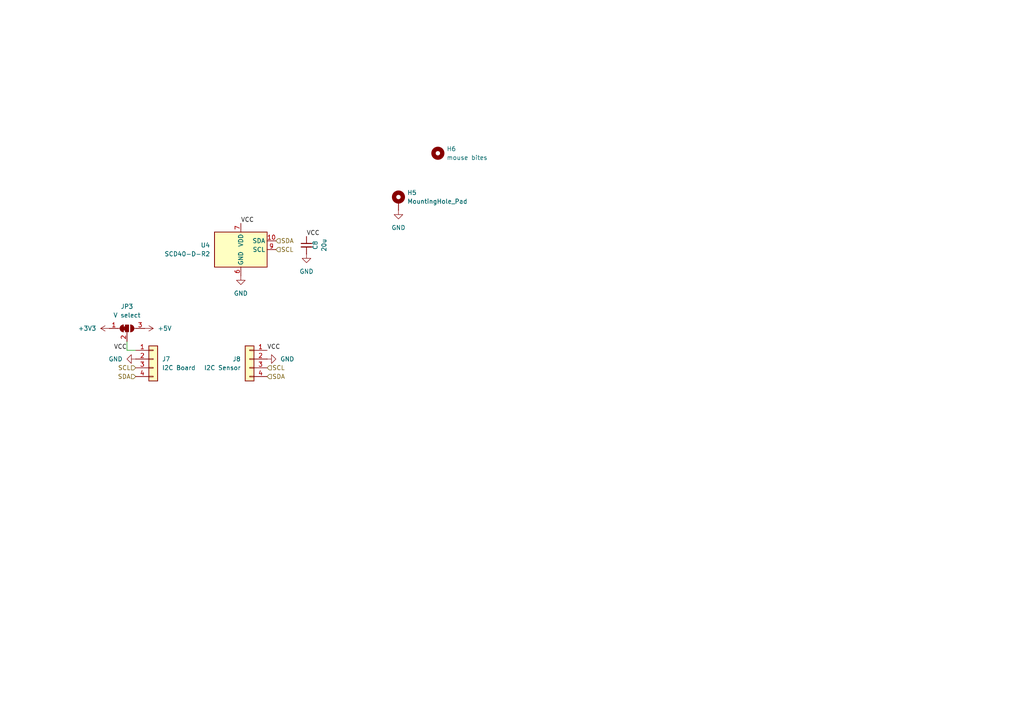
<source format=kicad_sch>
(kicad_sch (version 20231120) (generator "eeschema") (generator_version "8.0")
  (paper "A4")
  (lib_symbols
    (symbol "Connector_Generic:Conn_01x04" (pin_names (offset 1.016) hide)
      (property "Reference" "J" (at 0 5.08 0))
      (property "Value" "Conn_01x04" (at 0 -7.62 0))
      (symbol "Conn_01x04_1_1"
        (rectangle (start -1.27 -4.953) (end 0 -5.207) (stroke (width 0.1524)))
        (rectangle (start -1.27 -2.413) (end 0 -2.667) (stroke (width 0.1524)))
        (rectangle (start -1.27 0.127) (end 0 -0.127) (stroke (width 0.1524)))
        (rectangle (start -1.27 2.667) (end 0 2.413) (stroke (width 0.1524)))
        (rectangle (start -1.27 3.81) (end 1.27 -6.35) (stroke (width 0.254)) (fill (type background)))
        (pin passive line (at -5.08 2.54 0) (length 3.81) (name "Pin_1") (number "1"))
        (pin passive line (at -5.08 0 0) (length 3.81) (name "Pin_2") (number "2"))
        (pin passive line (at -5.08 -2.54 0) (length 3.81) (name "Pin_3") (number "3"))
        (pin passive line (at -5.08 -5.08 0) (length 3.81) (name "Pin_4") (number "4"))
      )
    )
    (symbol "Device:C_Small" (pin_numbers hide) (pin_names (offset 0.254) hide)
      (property "Reference" "C" (at 0.254 1.778 0))
      (property "Value" "C_Small" (at 0.254 -2.032 0))
      (symbol "C_Small_0_1"
        (polyline (pts (xy -1.524 -0.508) (xy 1.524 -0.508)) (stroke (width 0.3302)))
        (polyline (pts (xy -1.524 0.508) (xy 1.524 0.508)) (stroke (width 0.3048)))
      )
      (symbol "C_Small_1_1"
        (pin passive line (at 0 2.54 270) (length 2.032) (name "~") (number "1"))
        (pin passive line (at 0 -2.54 90) (length 2.032) (name "~") (number "2"))
      )
    )
    (symbol "Jumper:SolderJumper_3_Bridged12" (pin_names (offset 0) hide) (exclude_from_sim yes) (in_bom no)
      (property "Reference" "JP" (at -2.54 -2.54 0))
      (property "Value" "SolderJumper_3_Bridged12" (at 0 2.794 0))
      (symbol "SolderJumper_3_Bridged12_0_1"
        (rectangle (start -1.016 0.508) (end -0.508 -0.508) (fill (type outline)))
        (arc (start -1.016 1.016) (mid -2.0276 0) (end -1.016 -1.016))
        (arc (start -1.016 1.016) (mid -2.0276 0) (end -1.016 -1.016) (fill (type outline)))
        (rectangle (start -0.508 1.016) (end 0.508 -1.016) (fill (type outline)))
        (polyline (pts (xy -2.54 0) (xy -2.032 0)))
        (polyline (pts (xy -1.016 1.016) (xy -1.016 -1.016)))
        (polyline (pts (xy 0 -1.27) (xy 0 -1.016)))
        (polyline (pts (xy 1.016 1.016) (xy 1.016 -1.016)))
        (polyline (pts (xy 2.54 0) (xy 2.032 0)))
        (arc (start 1.016 -1.016) (mid 2.0276 0) (end 1.016 1.016))
        (arc (start 1.016 -1.016) (mid 2.0276 0) (end 1.016 1.016) (fill (type outline)))
      )
      (symbol "SolderJumper_3_Bridged12_1_1"
        (pin passive line (at -5.08 0 0) (length 2.54) (name "A") (number "1"))
        (pin passive line (at 0 -3.81 90) (length 2.54) (name "C") (number "2"))
        (pin passive line (at 5.08 0 180) (length 2.54) (name "B") (number "3"))
      )
    )
    (symbol "Mechanical:MountingHole" (pin_names (offset 1.016)) (exclude_from_sim yes) (in_bom no)
      (property "Reference" "H" (at 0 5.08 0))
      (property "Value" "MountingHole" (at 0 3.175 0))
      (symbol "MountingHole_0_1"
        (circle (center 0 0) (radius 1.27) (stroke (width 1.27)))
      )
    )
    (symbol "Mechanical:MountingHole_Pad" (pin_numbers hide) (pin_names (offset 1.016) hide) (exclude_from_sim yes) (in_bom no)
      (property "Reference" "H" (at 0 6.35 0))
      (property "Value" "MountingHole_Pad" (at 0 4.445 0))
      (symbol "MountingHole_Pad_0_1"
        (circle (center 0 1.27) (radius 1.27) (stroke (width 1.27)))
      )
      (symbol "MountingHole_Pad_1_1"
        (pin input line (at 0 -2.54 90) (length 2.54) (name "1") (number "1"))
      )
    )
    (symbol "Sensor_Gas:SCD40-D-R2"
      (property "Reference" "U" (at -7.62 6.35 0))
      (property "Value" "SCD40-D-R2" (at 6.985 6.35 0))
      (symbol "SCD40-D-R2_0_1"
        (rectangle (start 7.62 5.08) (end -7.62 -5.08) (stroke (width 0.254)) (fill (type background)))
      )
      (symbol "SCD40-D-R2_1_1"
        (pin bidirectional line (at 10.16 2.54 180) (length 2.54) (name "SDA") (number "10"))
        (pin passive line (at 0 7.62 270) (length 2.54) hide (name "VDD") (number "19"))
        (pin passive line (at 0 -7.62 90) (length 2.54) hide (name "GND") (number "20"))
        (pin passive line (at 0 -7.62 90) (length 2.54) hide (name "GND") (number "21"))
        (pin power_in line (at 0 -7.62 90) (length 2.54) (name "GND") (number "6"))
        (pin power_in line (at 0 7.62 270) (length 2.54) (name "VDD") (number "7"))
        (pin input line (at 10.16 0 180) (length 2.54) (name "SCL") (number "9"))
      )
    )
    (symbol "power:+3V3" (power) (pin_numbers hide) (pin_names (offset 0) hide)
      (property "Value" "+3V3" (at 0 3.556 0))
      (symbol "+3V3_0_1"
        (polyline (pts (xy -0.762 1.27) (xy 0 2.54)))
        (polyline (pts (xy 0 0) (xy 0 2.54)))
        (polyline (pts (xy 0 2.54) (xy 0.762 1.27)))
      )
      (symbol "+3V3_1_1"
        (pin power_in line (at 0 0 90) (length 0) (name "~") (number "1"))
      )
    )
    (symbol "power:+5V" (power) (pin_numbers hide) (pin_names (offset 0) hide)
      (property "Value" "+5V" (at 0 3.556 0))
      (symbol "+5V_0_1"
        (polyline (pts (xy -0.762 1.27) (xy 0 2.54)))
        (polyline (pts (xy 0 0) (xy 0 2.54)))
        (polyline (pts (xy 0 2.54) (xy 0.762 1.27)))
      )
      (symbol "+5V_1_1"
        (pin power_in line (at 0 0 90) (length 0) (name "~") (number "1"))
      )
    )
    (symbol "power:GND" (power) (pin_numbers hide) (pin_names (offset 0) hide)
      (property "Value" "GND" (at 0 -3.81 0))
      (symbol "GND_0_1"
        (polyline (pts (xy 0 0) (xy 0 -1.27) (xy 1.27 -1.27) (xy 0 -2.54) (xy -1.27 -1.27) (xy 0 -1.27)))
      )
      (symbol "GND_1_1"
        (pin power_in line (at 0 0 270) (length 0) (name "~") (number "1"))
      )
    )
  )
  (wire (pts (xy 36.83 99.06) (xy 36.83 101.6)))
  (wire (pts (xy 36.83 101.6) (xy 39.37 101.6)))
  (label "VCC" (at 88.9 68.58 0))
  (label "VCC" (at 77.47 101.6 0))
  (label "VCC" (at 69.85 64.77 0))
  (label "VCC" (at 36.83 101.6 180))
  (hierarchical_label "SDA" (shape input) (at 80.01 69.85 0))
  (hierarchical_label "SCL" (shape input) (at 80.01 72.39 0))
  (hierarchical_label "SCL" (shape input) (at 77.47 106.68 0))
  (hierarchical_label "SDA" (shape input) (at 77.47 109.22 0))
  (hierarchical_label "SCL" (shape input) (at 39.37 106.68 180))
  (hierarchical_label "SDA" (shape input) (at 39.37 109.22 180))
  (symbol (lib_id "power:GND") (at 69.85 80.01 0) (unit 1)
    (property "Reference" "#PWR039" (effects (hide yes)))
    (property "Value" "GND" (at 69.85 85.09 0))
    (property "Description" "Power symbol creates a global label with name \"GND\" , ground" (effects (hide yes)))
  )
  (symbol (lib_id "power:+3V3") (at 31.75 95.25 90) (unit 1)
    (property "Reference" "#PWR036" (effects (hide yes)))
    (property "Value" "+3V3" (at 27.94 95.2499 90) (effects (justify left)))
    (property "Description" "Power symbol creates a global label with name \"+3V3\"" (effects (hide yes)))
  )
  (symbol (lib_id "Jumper:SolderJumper_3_Bridged12") (at 36.83 95.25 0) (unit 1) (exclude_from_sim yes) (in_bom no)
    (property "Reference" "JP3" (at 36.83 88.9 0))
    (property "Value" "V select" (at 36.83 91.44 0))
    (property "Footprint" "Jumper:SolderJumper-3_P1.3mm_Bridged12_RoundedPad1.0x1.5mm" (effects (hide yes)))
    (property "Description" "3-pole Solder Jumper, pins 1+2 closed/bridged" (effects (hide yes)))
  )
  (symbol (lib_id "power:GND") (at 115.57 60.96 0) (unit 1)
    (property "Reference" "#PWR042" (effects (hide yes)))
    (property "Value" "GND" (at 115.57 66.04 0))
    (property "Description" "Power symbol creates a global label with name \"GND\" , ground" (effects (hide yes)))
  )
  (symbol (lib_id "Connector_Generic:Conn_01x04") (at 44.45 104.14 0) (unit 1)
    (property "Reference" "J7" (at 46.99 104.1399 0) (effects (justify left)))
    (property "Value" "I2C Board" (at 46.99 106.6799 0) (effects (justify left)))
    (property "Footprint" "Connector_PinSocket_2.54mm:PinSocket_1x04_P2.54mm_Vertical" (effects (hide yes)))
    (property "Description" "Generic connector, single row, 01x04, script generated (kicad-library-utils/schlib/autogen/connector/)" (effects (hide yes)))
  )
  (symbol (lib_id "Connector_Generic:Conn_01x04") (at 72.39 104.14 0) (mirror y) (unit 1)
    (property "Reference" "J8" (at 69.85 104.1399 0) (effects (justify left)))
    (property "Value" "I2C Sensor" (at 69.85 106.6799 0) (effects (justify left)))
    (property "Footprint" "Connector_PinHeader_2.54mm:PinHeader_1x04_P2.54mm_Vertical" (effects (hide yes)))
    (property "Description" "Generic connector, single row, 01x04, script generated (kicad-library-utils/schlib/autogen/connector/)" (effects (hide yes)))
  )
  (symbol (lib_id "power:GND") (at 39.37 104.14 270) (unit 1)
    (property "Reference" "#PWR037" (effects (hide yes)))
    (property "Value" "GND" (at 35.56 104.1399 90) (effects (justify right)))
    (property "Description" "Power symbol creates a global label with name \"GND\" , ground" (effects (hide yes)))
  )
  (symbol (lib_id "power:GND") (at 77.47 104.14 90) (mirror x) (unit 1)
    (property "Reference" "#PWR040" (effects (hide yes)))
    (property "Value" "GND" (at 81.28 104.1399 90) (effects (justify right)))
    (property "Description" "Power symbol creates a global label with name \"GND\" , ground" (effects (hide yes)))
  )
  (symbol (lib_id "power:+5V") (at 41.91 95.25 270) (unit 1)
    (property "Reference" "#PWR038" (effects (hide yes)))
    (property "Value" "+5V" (at 45.72 95.2499 90) (effects (justify left)))
    (property "Description" "Power symbol creates a global label with name \"+5V\"" (effects (hide yes)))
  )
  (symbol (lib_id "power:GND") (at 88.9 73.66 0) (unit 1)
    (property "Reference" "#PWR041" (effects (hide yes)))
    (property "Value" "GND" (at 88.9 78.74 0))
    (property "Description" "Power symbol creates a global label with name \"GND\" , ground" (effects (hide yes)))
  )
  (symbol (lib_id "Mechanical:MountingHole_Pad") (at 115.57 58.42 0) (unit 1) (exclude_from_sim yes) (in_bom no)
    (property "Reference" "H5" (at 118.11 55.8799 0) (effects (justify left)))
    (property "Value" "MountingHole_Pad" (at 118.11 58.4199 0) (effects (justify left)))
    (property "Footprint" "MountingHole:MountingHole_3.2mm_M3_Pad" (effects (hide yes)))
    (property "Description" "Mounting Hole with connection" (effects (hide yes)))
  )
  (symbol (lib_id "Sensor_Gas:SCD40-D-R2") (at 69.85 72.39 0) (unit 1)
    (property "Reference" "U4" (at 60.96 71.1199 0) (effects (justify right)))
    (property "Value" "SCD40-D-R2" (at 60.96 73.6599 0) (effects (justify right)))
    (property "Footprint" "Sensor:Sensirion_SCD4x-1EP_10.1x10.1mm_P1.25mm_EP4.8x4.8mm" (effects (hide yes)))
    (property "Datasheet" "https://sensirion.com/media/documents/E0F04247/631EF271/CD_DS_SCD40_SCD41_Datasheet_D1.pdf" (effects (hide yes)))
    (property "Description" "Photoacoustic CO2 sensor, 40 000 ppm, I2C, 2.4-5.5 V, Base accuracy  400 - 2000 ppm" (effects (hide yes)))
  )
  (symbol (lib_id "Mechanical:MountingHole") (at 127 44.45 0) (unit 1) (exclude_from_sim yes) (in_bom no)
    (property "Reference" "H6" (at 129.54 43.1799 0) (effects (justify left)))
    (property "Value" "mouse bites" (at 129.54 45.7199 0) (effects (justify left)))
    (property "Footprint" "panelization:mouse-bite-3mm-slot" (effects (hide yes)))
    (property "Description" "Mounting Hole without connection" (effects (hide yes)))
  )
  (symbol (lib_id "Device:C_Small") (at 88.9 71.12 0) (unit 1)
    (property "Reference" "C8" (at 91.44 71.12 90))
    (property "Value" "20u" (at 93.98 71.12 90))
    (property "Footprint" "Capacitor_SMD:C_0603_1608Metric" (effects (hide yes)))
    (property "Description" "Unpolarized capacitor, small symbol" (effects (hide yes)))
  )
)
</source>
